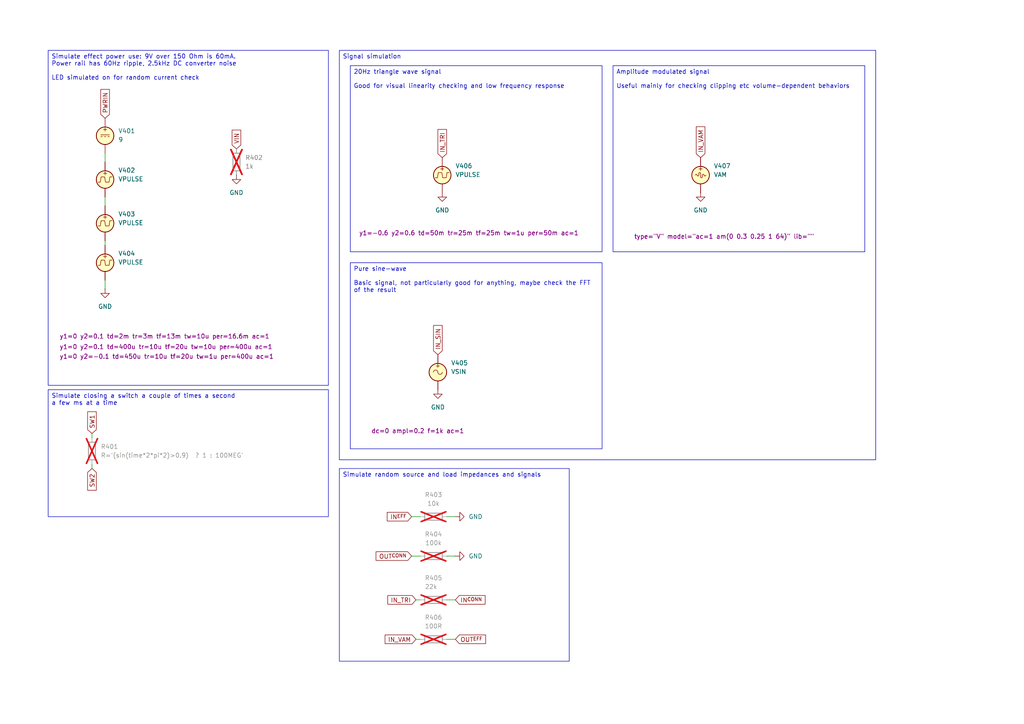
<source format=kicad_sch>
(kicad_sch (version 20250114) (generator "eeschema") (generator_version "9.0")
  (paper "A4")
  (title_block (title "Simulation infrastructure"))
  (lib_symbols
    (symbol "Device:R" (pin_numbers (hide yes)) (pin_names (offset 0))
      (property "Reference" "R" (at 2.032 0 90))
      (property "Value" "R" (at 0 0 90))
      (symbol "R_0_1"
        (rectangle (start -1.016 -2.54) (end 1.016 2.54) (stroke (width 0.254)))
      )
      (symbol "R_1_1"
        (pin passive line (at 0 3.81 270) (length 1.27) (name "~") (number "1"))
        (pin passive line (at 0 -3.81 90) (length 1.27) (name "~") (number "2"))
      )
    )
    (symbol "Simulation_SPICE:VAM" (pin_numbers (hide yes)) (pin_names (offset 0.0254))
      (property "Reference" "V" (at 2.54 2.54 0))
      (property "Value" "VAM" (at 2.54 0 0))
      (property "Sim.Params" "type=\"V\" model=\"am(1 0 1k 100k 1n)\" lib=\"\"" (at 2.54 -2.54 0))
      (symbol "VAM_0_0"
        (arc (start -0.508 0.508) (mid -0.254 0.7609) (end 0 0.508))
        (text "+" (at 0 1.905 0) (effects (font (size 1.27 1.27))))
      )
      (symbol "VAM_0_1"
        (arc (start -1.524 0) (mid -1.27 0.2529) (end -1.016 0))
        (arc (start -0.508 0) (mid -0.762 -0.2529) (end -1.016 0))
        (polyline (pts (xy -0.508 0.508) (xy -0.508 0)))
        (polyline (pts (xy 0 0.508) (xy 0 -0.508)))
        (circle (center 0 0) (radius 2.54) (stroke (width 0.254)) (fill (type background)))
        (arc (start 0.508 -0.508) (mid 0.254 -0.7609) (end 0 -0.508))
        (polyline (pts (xy 0.508 -0.508) (xy 0.508 0)))
        (arc (start 0.508 0) (mid 0.762 0.2529) (end 1.016 0))
        (arc (start 1.524 0) (mid 1.27 -0.2529) (end 1.016 0))
      )
      (symbol "VAM_1_1"
        (pin passive line (at 0 5.08 270) (length 2.54) (name "~") (number "1"))
        (pin passive line (at 0 -5.08 90) (length 2.54) (name "~") (number "2"))
      )
    )
    (symbol "Simulation_SPICE:VDC" (pin_numbers (hide yes)) (pin_names (offset 0.0254))
      (property "Reference" "V" (at 2.54 2.54 0))
      (property "Value" "1" (at 2.54 0 0))
      (symbol "VDC_0_0"
        (polyline (pts (xy -1.27 0.254) (xy 1.27 0.254)))
        (polyline (pts (xy -0.762 -0.254) (xy -1.27 -0.254)))
        (polyline (pts (xy 0.254 -0.254) (xy -0.254 -0.254)))
        (polyline (pts (xy 1.27 -0.254) (xy 0.762 -0.254)))
        (text "+" (at 0 1.905 0) (effects (font (size 1.27 1.27))))
      )
      (symbol "VDC_0_1"
        (circle (center 0 0) (radius 2.54) (stroke (width 0.254)) (fill (type background)))
      )
      (symbol "VDC_1_1"
        (pin passive line (at 0 5.08 270) (length 2.54) (name "~") (number "1"))
        (pin passive line (at 0 -5.08 90) (length 2.54) (name "~") (number "2"))
      )
    )
    (symbol "Simulation_SPICE:VPULSE" (pin_numbers (hide yes)) (pin_names (offset 0.0254))
      (property "Reference" "V" (at 2.54 2.54 0))
      (property "Value" "VPULSE" (at 2.54 0 0))
      (property "Sim.Params" "y1=0 y2=1 td=2n tr=2n tf=2n tw=50n per=100n" (at 2.54 -2.54 0))
      (symbol "VPULSE_0_0"
        (polyline (pts (xy -2.032 -0.762) (xy -1.397 -0.762) (xy -1.143 0.762) (xy -0.127 0.762) (xy 0.127 -0.762) (xy 1.143 -0.762) (xy 1.397 0.762) (xy 2.032 0.762)))
        (text "+" (at 0 1.905 0) (effects (font (size 1.27 1.27))))
      )
      (symbol "VPULSE_0_1"
        (circle (center 0 0) (radius 2.54) (stroke (width 0.254)) (fill (type background)))
      )
      (symbol "VPULSE_1_1"
        (pin passive line (at 0 5.08 270) (length 2.54) (name "~") (number "1"))
        (pin passive line (at 0 -5.08 90) (length 2.54) (name "~") (number "2"))
      )
    )
    (symbol "Simulation_SPICE:VSIN" (pin_numbers (hide yes)) (pin_names (offset 0.0254))
      (property "Reference" "V" (at 2.54 2.54 0))
      (property "Value" "VSIN" (at 2.54 0 0))
      (property "Sim.Params" "dc=0 ampl=1 f=1k ac=1" (at 2.54 -2.54 0))
      (symbol "VSIN_0_0"
        (arc (start -1.27 0) (mid -0.635 0.6323) (end 0 0))
        (arc (start 1.27 0) (mid 0.635 -0.6323) (end 0 0))
        (text "+" (at 0 1.905 0) (effects (font (size 1.27 1.27))))
      )
      (symbol "VSIN_0_1"
        (circle (center 0 0) (radius 2.54) (stroke (width 0.254)) (fill (type background)))
      )
      (symbol "VSIN_1_1"
        (pin passive line (at 0 5.08 270) (length 2.54) (name "~") (number "1"))
        (pin passive line (at 0 -5.08 90) (length 2.54) (name "~") (number "2"))
      )
    )
    (symbol "power:GND" (power) (pin_numbers (hide yes)) (pin_names (offset 0) (hide yes))
      (property "Value" "GND" (at 0 -3.81 0))
      (symbol "GND_0_1"
        (polyline (pts (xy 0 0) (xy 0 -1.27) (xy 1.27 -1.27) (xy 0 -2.54) (xy -1.27 -1.27) (xy 0 -1.27)))
      )
      (symbol "GND_1_1"
        (pin power_in line (at 0 0 270) (length 0) (name "~") (number "1"))
      )
    )
  )
  (text_box "Pure sine-wave\n\nBasic signal, not particularly good for anything, maybe check the FFT of the result" (at 101.6 76.2 0) (size 73.025 53.975) (margins 0.9525 0.9525 0.9525 0.9525) (effects (font (size 1.27 1.27)) (justify left top)))
  (text_box "Simulate closing a switch a couple of times a second\na few ms at a time" (at 13.97 113.03 0) (size 81.28 36.83) (margins 0.9525 0.9525 0.9525 0.9525) (effects (font (size 1.27 1.27)) (justify left top)))
  (text_box "Amplitude modulated signal\n\nUseful mainly for checking clipping etc volume-dependent behaviors" (at 177.8 19.05 0) (size 73.025 53.975) (margins 0.9525 0.9525 0.9525 0.9525) (effects (font (size 1.27 1.27)) (justify left top)))
  (text_box "Simulate random source and load impedances and signals" (at 98.425 135.89 0) (size 66.675 55.88) (margins 0.9525 0.9525 0.9525 0.9525) (effects (font (size 1.27 1.27)) (justify left top)))
  (text_box "20Hz triangle wave signal\n\nGood for visual linearity checking and low frequency response" (at 101.6 19.05 0) (size 73.025 53.975) (margins 0.9525 0.9525 0.9525 0.9525) (effects (font (size 1.27 1.27)) (justify left top)))
  (text_box "Simulate effect power use: 9V over 150 Ohm is 60mA.\nPower rail has 60Hz ripple, 2.5kHz DC converter noise\n\nLED simulated on for random current check" (at 13.97 14.605 0) (size 81.28 97.155) (margins 0.9525 0.9525 0.9525 0.9525) (effects (font (size 1.27 1.27)) (justify left top)))
  (text_box "Signal simulation" (at 98.425 14.605 0) (size 155.575 118.745) (margins 0.9525 0.9525 0.9525 0.9525) (effects (font (size 1.27 1.27)) (justify left top)))
  (wire (pts (xy 119.38 149.86) (xy 121.92 149.86)))
  (wire (pts (xy 30.48 57.15) (xy 30.48 59.69)))
  (wire (pts (xy 30.48 81.28) (xy 30.48 83.82)))
  (wire (pts (xy 120.65 185.42) (xy 121.92 185.42)))
  (wire (pts (xy 129.54 149.86) (xy 132.08 149.86)))
  (wire (pts (xy 121.92 173.99) (xy 120.65 173.99)))
  (wire (pts (xy 26.67 134.62) (xy 26.67 135.89)))
  (wire (pts (xy 30.48 44.45) (xy 30.48 46.99)))
  (wire (pts (xy 30.48 69.85) (xy 30.48 71.12)))
  (wire (pts (xy 119.38 161.29) (xy 121.92 161.29)))
  (wire (pts (xy 129.54 161.29) (xy 132.08 161.29)))
  (wire (pts (xy 129.54 185.42) (xy 132.08 185.42)))
  (wire (pts (xy 132.08 173.99) (xy 129.54 173.99)))
  (wire (pts (xy 26.67 125.73) (xy 26.67 127)))
  (global_label "IN_TRI" (shape input) (at 120.65 173.99 180) (property "Intersheetrefs" "${INTERSHEET_REFS}" (effects (hide yes))))
  (global_label "VIN" (shape input) (at 68.58 43.18 90) (property "Intersheetrefs" "${INTERSHEET_REFS}" (effects (hide yes))))
  (global_label "SW1" (shape input) (at 26.67 125.73 90) (property "Intersheetrefs" "${INTERSHEET_REFS}" (effects (hide yes))))
  (global_label "IN_SIN" (shape input) (at 127 102.87 90) (property "Intersheetrefs" "${INTERSHEET_REFS}" (effects (hide yes))))
  (global_label "IN^{CONN}" (shape input) (at 132.08 173.99 0) (property "Intersheetrefs" "${INTERSHEET_REFS}" (effects (hide yes))))
  (global_label "IN_TRI" (shape input) (at 128.27 45.72 90) (property "Intersheetrefs" "${INTERSHEET_REFS}" (effects (hide yes))))
  (global_label "OUT^{EFF}" (shape input) (at 132.08 185.42 0) (property "Intersheetrefs" "${INTERSHEET_REFS}" (effects (hide yes))))
  (global_label "PWRIN" (shape input) (at 30.48 34.29 90) (property "Intersheetrefs" "${INTERSHEET_REFS}" (effects (hide yes))))
  (global_label "IN^{EFF}" (shape input) (at 119.38 149.86 180) (property "Intersheetrefs" "${INTERSHEET_REFS}" (effects (hide yes))))
  (global_label "IN_VAM" (shape input) (at 120.65 185.42 180) (property "Intersheetrefs" "${INTERSHEET_REFS}" (effects (hide yes))))
  (global_label "IN_VAM" (shape input) (at 203.2 45.72 90) (property "Intersheetrefs" "${INTERSHEET_REFS}" (effects (hide yes))))
  (global_label "OUT^{CONN}" (shape input) (at 119.38 161.29 180) (property "Intersheetrefs" "${INTERSHEET_REFS}" (effects (hide yes))))
  (global_label "SW2" (shape input) (at 26.67 135.89 270) (property "Intersheetrefs" "${INTERSHEET_REFS}" (effects (hide yes))))
  (symbol (lib_id "power:GND") (at 127 113.03 0) (unit 1)
    (property "Reference" "#PWR0405" (effects (hide yes)))
    (property "Value" "GND" (at 127 118.11 0))
    (property "Description" "Power symbol creates a global label with name \"GND\" , ground" (effects (hide yes)))
  )
  (symbol (lib_id "power:GND") (at 68.58 50.8 0) (unit 1)
    (property "Reference" "#PWR0403" (effects (hide yes)))
    (property "Value" "GND" (at 68.58 55.88 0))
    (property "Description" "Power symbol creates a global label with name \"GND\" , ground" (effects (hide yes)))
  )
  (symbol (lib_id "Device:R") (at 125.73 185.42 90) (unit 1) (in_bom no) (on_board no) (dnp yes)
    (property "Reference" "R406" (at 125.73 179.07 90))
    (property "Value" "100R" (at 125.73 181.61 90))
    (property "Description" "Resistor" (effects (hide yes)))
  )
  (symbol (lib_id "Simulation_SPICE:VSIN") (at 127 107.95 0) (unit 1) (in_bom no) (on_board no)
    (property "Reference" "V405" (at 130.81 105.2801 0) (effects (justify left)))
    (property "Value" "VSIN" (at 130.81 107.8201 0) (effects (justify left)))
    (property "Datasheet" "https://ngspice.sourceforge.io/docs/ngspice-html-manual/manual.xhtml#sec_Independent_Sources_for" (effects (hide yes)))
    (property "Description" "Voltage source, sinusoidal" (effects (hide yes)))
    (property "Sim.Pins" "1=+ 2=-" (effects (hide yes)))
    (property "Sim.Params" "dc=0 ampl=0.2 f=1k ac=1" (at 107.696 124.968 0) (effects (justify left)))
    (property "Sim.Type" "SIN" (effects (hide yes)))
    (property "Sim.Device" "V" (effects (hide yes)))
  )
  (symbol (lib_id "Simulation_SPICE:VAM") (at 203.2 50.8 0) (unit 1) (in_bom no) (on_board no)
    (property "Reference" "V407" (at 207.01 48.1301 0) (effects (justify left)))
    (property "Value" "VAM" (at 207.01 50.6701 0) (effects (justify left)))
    (property "Datasheet" "https://ngspice.sourceforge.io/docs/ngspice-html-manual/manual.xhtml#sec_Independent_Sources_for" (effects (hide yes)))
    (property "Description" "Voltage source, AM" (effects (hide yes)))
    (property "Sim.Pins" "1=1 2=2" (effects (hide yes)))
    (property "Sim.Device" "SPICE" (effects (hide yes)))
    (property "Sim.Params" "type=\"V\" model=\"ac=1 am(0 0.3 0.25 1 64)\" lib=\"\"" (at 183.896 68.58 0) (effects (justify left)))
  )
  (symbol (lib_id "Device:R") (at 125.73 161.29 270) (unit 1) (in_bom no) (on_board no) (dnp yes)
    (property "Reference" "R404" (at 125.73 154.94 90))
    (property "Value" "100k" (at 125.73 157.48 90))
    (property "Description" "Resistor" (effects (hide yes)))
  )
  (symbol (lib_id "Simulation_SPICE:VPULSE") (at 30.48 52.07 0) (unit 1) (in_bom no) (on_board no)
    (property "Reference" "V402" (at 34.29 49.4001 0) (effects (justify left)))
    (property "Value" "VPULSE" (at 34.29 51.9401 0) (effects (justify left)))
    (property "Datasheet" "https://ngspice.sourceforge.io/docs/ngspice-html-manual/manual.xhtml#sec_Independent_Sources_for" (effects (hide yes)))
    (property "Description" "Voltage source, pulse" (effects (hide yes)))
    (property "Sim.Pins" "1=+ 2=-" (effects (hide yes)))
    (property "Sim.Type" "PULSE" (effects (hide yes)))
    (property "Sim.Device" "V" (effects (hide yes)))
    (property "Sim.Params" "y1=0 y2=0.1 td=2m tr=3m tf=13m tw=10u per=16.6m ac=1" (at 17.272 97.536 0) (effects (justify left)))
  )
  (symbol (lib_id "Device:R") (at 26.67 130.81 0) (unit 1) (in_bom no) (on_board no) (dnp yes)
    (property "Reference" "R401" (at 29.21 129.5399 0) (effects (justify left)))
    (property "Value" "R='(sin(time*2*pi*2)>0.9)  ? 1 : 100MEG'" (at 29.21 132.0799 0) (effects (justify left)))
    (property "Footprint" "Resistor_SMD:R_0805_2012Metric" (effects (hide yes)))
    (property "Description" "Resistor" (effects (hide yes)))
  )
  (symbol (lib_id "power:GND") (at 132.08 161.29 90) (unit 1)
    (property "Reference" "#PWR0409" (effects (hide yes)))
    (property "Value" "GND" (at 135.89 161.2899 90) (effects (justify right)))
    (property "Description" "Power symbol creates a global label with name \"GND\" , ground" (effects (hide yes)))
  )
  (symbol (lib_id "power:GND") (at 30.48 83.82 0) (unit 1)
    (property "Reference" "#PWR0402" (effects (hide yes)))
    (property "Value" "GND" (at 30.48 88.9 0))
    (property "Description" "Power symbol creates a global label with name \"GND\" , ground" (effects (hide yes)))
  )
  (symbol (lib_id "Device:R") (at 125.73 173.99 270) (unit 1) (in_bom no) (on_board no) (dnp yes)
    (property "Reference" "R405" (at 123.19 167.6399 90) (effects (justify left)))
    (property "Value" "22k" (at 123.19 170.1799 90) (effects (justify left)))
    (property "Footprint" "Resistor_SMD:R_0805_2012Metric" (effects (hide yes)))
    (property "Description" "Resistor" (effects (hide yes)))
  )
  (symbol (lib_id "power:GND") (at 132.08 149.86 90) (unit 1)
    (property "Reference" "#PWR0404" (effects (hide yes)))
    (property "Value" "GND" (at 135.89 149.8599 90) (effects (justify right)))
    (property "Description" "Power symbol creates a global label with name \"GND\" , ground" (effects (hide yes)))
  )
  (symbol (lib_id "Simulation_SPICE:VPULSE") (at 128.27 50.8 0) (unit 1) (in_bom no) (on_board no)
    (property "Reference" "V406" (at 132.08 48.1301 0) (effects (justify left)))
    (property "Value" "VPULSE" (at 132.08 50.6701 0) (effects (justify left)))
    (property "Datasheet" "https://ngspice.sourceforge.io/docs/ngspice-html-manual/manual.xhtml#sec_Independent_Sources_for" (effects (hide yes)))
    (property "Description" "Voltage source, pulse" (effects (hide yes)))
    (property "Sim.Pins" "1=+ 2=-" (effects (hide yes)))
    (property "Sim.Type" "PULSE" (effects (hide yes)))
    (property "Sim.Device" "V" (effects (hide yes)))
    (property "Sim.Params" "y1=-0.6 y2=0.6 td=50m tr=25m tf=25m tw=1u per=50m ac=1" (at 104.14 67.564 0) (effects (justify left)))
  )
  (symbol (lib_id "power:GND") (at 128.27 55.88 0) (unit 1)
    (property "Reference" "#PWR0406" (effects (hide yes)))
    (property "Value" "GND" (at 128.27 60.96 0))
    (property "Description" "Power symbol creates a global label with name \"GND\" , ground" (effects (hide yes)))
  )
  (symbol (lib_id "Simulation_SPICE:VDC") (at 30.48 39.37 0) (unit 1) (in_bom no) (on_board no)
    (property "Reference" "V401" (at 34.29 37.9701 0) (effects (justify left)))
    (property "Value" "9" (at 34.29 40.5101 0) (effects (justify left)))
    (property "Datasheet" "https://ngspice.sourceforge.io/docs/ngspice-html-manual/manual.xhtml#sec_Independent_Sources_for" (effects (hide yes)))
    (property "Description" "Voltage source, DC" (effects (hide yes)))
    (property "Sim.Pins" "1=+ 2=-" (effects (hide yes)))
    (property "Sim.Type" "DC" (effects (hide yes)))
    (property "Sim.Device" "V" (effects (hide yes)))
  )
  (symbol (lib_id "Simulation_SPICE:VPULSE") (at 30.48 76.2 0) (unit 1) (in_bom no) (on_board no)
    (property "Reference" "V404" (at 34.29 73.5301 0) (effects (justify left)))
    (property "Value" "VPULSE" (at 34.29 76.0701 0) (effects (justify left)))
    (property "Datasheet" "https://ngspice.sourceforge.io/docs/ngspice-html-manual/manual.xhtml#sec_Independent_Sources_for" (effects (hide yes)))
    (property "Description" "Voltage source, pulse" (effects (hide yes)))
    (property "Sim.Pins" "1=+ 2=-" (effects (hide yes)))
    (property "Sim.Type" "PULSE" (effects (hide yes)))
    (property "Sim.Device" "V" (effects (hide yes)))
    (property "Sim.Params" "y1=0 y2=-0.1 td=450u tr=10u tf=20u tw=1u per=400u ac=1" (at 17.272 103.378 0) (effects (justify left)))
  )
  (symbol (lib_id "Simulation_SPICE:VPULSE") (at 30.48 64.77 0) (unit 1) (in_bom no) (on_board no)
    (property "Reference" "V403" (at 34.29 62.1001 0) (effects (justify left)))
    (property "Value" "VPULSE" (at 34.29 64.6401 0) (effects (justify left)))
    (property "Datasheet" "https://ngspice.sourceforge.io/docs/ngspice-html-manual/manual.xhtml#sec_Independent_Sources_for" (effects (hide yes)))
    (property "Description" "Voltage source, pulse" (effects (hide yes)))
    (property "Sim.Pins" "1=+ 2=-" (effects (hide yes)))
    (property "Sim.Type" "PULSE" (effects (hide yes)))
    (property "Sim.Device" "V" (effects (hide yes)))
    (property "Sim.Params" "y1=0 y2=0.1 td=400u tr=10u tf=20u tw=10u per=400u ac=1" (at 17.272 100.584 0) (effects (justify left)))
  )
  (symbol (lib_id "Device:R") (at 68.58 46.99 180) (unit 1) (in_bom no) (on_board no) (dnp yes)
    (property "Reference" "R402" (at 71.12 45.7199 0) (effects (justify right)))
    (property "Value" "1k" (at 71.12 48.2599 0) (effects (justify right)))
    (property "Description" "Resistor" (effects (hide yes)))
  )
  (symbol (lib_id "Device:R") (at 125.73 149.86 270) (unit 1) (in_bom no) (on_board no) (dnp yes)
    (property "Reference" "R403" (at 125.73 143.51 90))
    (property "Value" "10k" (at 125.73 146.05 90))
    (property "Description" "Resistor" (effects (hide yes)))
  )
  (symbol (lib_id "power:GND") (at 203.2 55.88 0) (unit 1)
    (property "Reference" "#PWR0407" (effects (hide yes)))
    (property "Value" "GND" (at 203.2 60.96 0))
    (property "Description" "Power symbol creates a global label with name \"GND\" , ground" (effects (hide yes)))
  )
)
</source>
